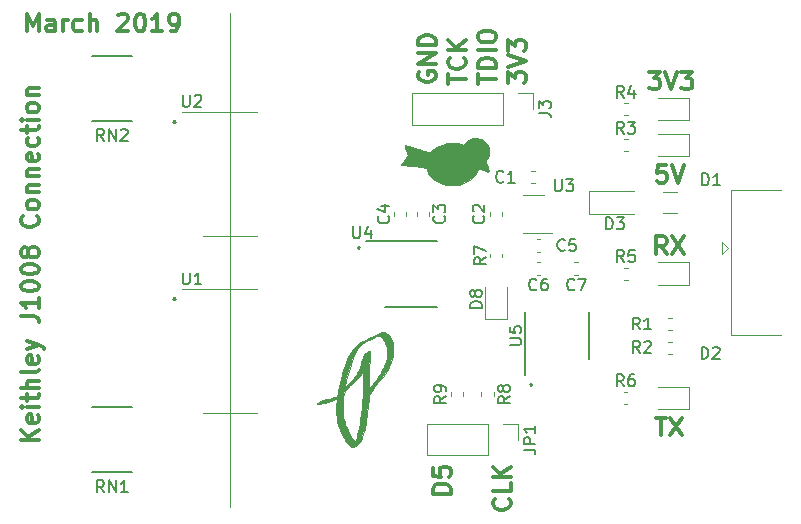
<source format=gbr>
G04 #@! TF.GenerationSoftware,KiCad,Pcbnew,(5.0.2)-1*
G04 #@! TF.CreationDate,2019-03-19T19:21:29-04:00*
G04 #@! TF.ProjectId,Keithley_17X_USB,4b656974-686c-4657-995f-3137585f5553,rev?*
G04 #@! TF.SameCoordinates,Original*
G04 #@! TF.FileFunction,Legend,Top*
G04 #@! TF.FilePolarity,Positive*
%FSLAX46Y46*%
G04 Gerber Fmt 4.6, Leading zero omitted, Abs format (unit mm)*
G04 Created by KiCad (PCBNEW (5.0.2)-1) date 3/19/2019 7:21:29 PM*
%MOMM*%
%LPD*%
G01*
G04 APERTURE LIST*
%ADD10C,0.250000*%
%ADD11C,0.100000*%
%ADD12C,0.300000*%
%ADD13C,0.120000*%
%ADD14C,0.152400*%
%ADD15C,0.150000*%
%ADD16C,0.010000*%
G04 APERTURE END LIST*
D10*
X83250000Y-74257142D02*
X83297619Y-74304761D01*
X83250000Y-74352380D01*
X83202380Y-74304761D01*
X83250000Y-74257142D01*
X83250000Y-74352380D01*
X83250000Y-59257142D02*
X83297619Y-59304761D01*
X83250000Y-59352380D01*
X83202380Y-59304761D01*
X83250000Y-59257142D01*
X83250000Y-59352380D01*
D11*
X88000000Y-91900000D02*
X88000000Y-50100000D01*
D10*
X113450000Y-81507142D02*
X113497619Y-81554761D01*
X113450000Y-81602380D01*
X113402380Y-81554761D01*
X113450000Y-81507142D01*
X113450000Y-81602380D01*
X98850000Y-69907142D02*
X98897619Y-69954761D01*
X98850000Y-70002380D01*
X98802380Y-69954761D01*
X98850000Y-69907142D01*
X98850000Y-70002380D01*
D12*
X70807142Y-51678571D02*
X70807142Y-50178571D01*
X71307142Y-51250000D01*
X71807142Y-50178571D01*
X71807142Y-51678571D01*
X73164285Y-51678571D02*
X73164285Y-50892857D01*
X73092857Y-50750000D01*
X72950000Y-50678571D01*
X72664285Y-50678571D01*
X72521428Y-50750000D01*
X73164285Y-51607142D02*
X73021428Y-51678571D01*
X72664285Y-51678571D01*
X72521428Y-51607142D01*
X72450000Y-51464285D01*
X72450000Y-51321428D01*
X72521428Y-51178571D01*
X72664285Y-51107142D01*
X73021428Y-51107142D01*
X73164285Y-51035714D01*
X73878571Y-51678571D02*
X73878571Y-50678571D01*
X73878571Y-50964285D02*
X73950000Y-50821428D01*
X74021428Y-50750000D01*
X74164285Y-50678571D01*
X74307142Y-50678571D01*
X75450000Y-51607142D02*
X75307142Y-51678571D01*
X75021428Y-51678571D01*
X74878571Y-51607142D01*
X74807142Y-51535714D01*
X74735714Y-51392857D01*
X74735714Y-50964285D01*
X74807142Y-50821428D01*
X74878571Y-50750000D01*
X75021428Y-50678571D01*
X75307142Y-50678571D01*
X75450000Y-50750000D01*
X76092857Y-51678571D02*
X76092857Y-50178571D01*
X76735714Y-51678571D02*
X76735714Y-50892857D01*
X76664285Y-50750000D01*
X76521428Y-50678571D01*
X76307142Y-50678571D01*
X76164285Y-50750000D01*
X76092857Y-50821428D01*
X78521428Y-50321428D02*
X78592857Y-50250000D01*
X78735714Y-50178571D01*
X79092857Y-50178571D01*
X79235714Y-50250000D01*
X79307142Y-50321428D01*
X79378571Y-50464285D01*
X79378571Y-50607142D01*
X79307142Y-50821428D01*
X78450000Y-51678571D01*
X79378571Y-51678571D01*
X80307142Y-50178571D02*
X80450000Y-50178571D01*
X80592857Y-50250000D01*
X80664285Y-50321428D01*
X80735714Y-50464285D01*
X80807142Y-50750000D01*
X80807142Y-51107142D01*
X80735714Y-51392857D01*
X80664285Y-51535714D01*
X80592857Y-51607142D01*
X80450000Y-51678571D01*
X80307142Y-51678571D01*
X80164285Y-51607142D01*
X80092857Y-51535714D01*
X80021428Y-51392857D01*
X79950000Y-51107142D01*
X79950000Y-50750000D01*
X80021428Y-50464285D01*
X80092857Y-50321428D01*
X80164285Y-50250000D01*
X80307142Y-50178571D01*
X82235714Y-51678571D02*
X81378571Y-51678571D01*
X81807142Y-51678571D02*
X81807142Y-50178571D01*
X81664285Y-50392857D01*
X81521428Y-50535714D01*
X81378571Y-50607142D01*
X82950000Y-51678571D02*
X83235714Y-51678571D01*
X83378571Y-51607142D01*
X83450000Y-51535714D01*
X83592857Y-51321428D01*
X83664285Y-51035714D01*
X83664285Y-50464285D01*
X83592857Y-50321428D01*
X83521428Y-50250000D01*
X83378571Y-50178571D01*
X83092857Y-50178571D01*
X82950000Y-50250000D01*
X82878571Y-50321428D01*
X82807142Y-50464285D01*
X82807142Y-50821428D01*
X82878571Y-50964285D01*
X82950000Y-51035714D01*
X83092857Y-51107142D01*
X83378571Y-51107142D01*
X83521428Y-51035714D01*
X83592857Y-50964285D01*
X83664285Y-50821428D01*
X123492857Y-55078571D02*
X124421428Y-55078571D01*
X123921428Y-55650000D01*
X124135714Y-55650000D01*
X124278571Y-55721428D01*
X124350000Y-55792857D01*
X124421428Y-55935714D01*
X124421428Y-56292857D01*
X124350000Y-56435714D01*
X124278571Y-56507142D01*
X124135714Y-56578571D01*
X123707142Y-56578571D01*
X123564285Y-56507142D01*
X123492857Y-56435714D01*
X124850000Y-55078571D02*
X125350000Y-56578571D01*
X125850000Y-55078571D01*
X126207142Y-55078571D02*
X127135714Y-55078571D01*
X126635714Y-55650000D01*
X126850000Y-55650000D01*
X126992857Y-55721428D01*
X127064285Y-55792857D01*
X127135714Y-55935714D01*
X127135714Y-56292857D01*
X127064285Y-56435714D01*
X126992857Y-56507142D01*
X126850000Y-56578571D01*
X126421428Y-56578571D01*
X126278571Y-56507142D01*
X126207142Y-56435714D01*
X124914285Y-62978571D02*
X124200000Y-62978571D01*
X124128571Y-63692857D01*
X124200000Y-63621428D01*
X124342857Y-63550000D01*
X124700000Y-63550000D01*
X124842857Y-63621428D01*
X124914285Y-63692857D01*
X124985714Y-63835714D01*
X124985714Y-64192857D01*
X124914285Y-64335714D01*
X124842857Y-64407142D01*
X124700000Y-64478571D01*
X124342857Y-64478571D01*
X124200000Y-64407142D01*
X124128571Y-64335714D01*
X125414285Y-62978571D02*
X125914285Y-64478571D01*
X126414285Y-62978571D01*
X124950000Y-70528571D02*
X124450000Y-69814285D01*
X124092857Y-70528571D02*
X124092857Y-69028571D01*
X124664285Y-69028571D01*
X124807142Y-69100000D01*
X124878571Y-69171428D01*
X124950000Y-69314285D01*
X124950000Y-69528571D01*
X124878571Y-69671428D01*
X124807142Y-69742857D01*
X124664285Y-69814285D01*
X124092857Y-69814285D01*
X125450000Y-69028571D02*
X126450000Y-70528571D01*
X126450000Y-69028571D02*
X125450000Y-70528571D01*
X124057142Y-84378571D02*
X124914285Y-84378571D01*
X124485714Y-85878571D02*
X124485714Y-84378571D01*
X125271428Y-84378571D02*
X126271428Y-85878571D01*
X126271428Y-84378571D02*
X125271428Y-85878571D01*
X106658571Y-90816428D02*
X105158571Y-90816428D01*
X105158571Y-90459285D01*
X105230000Y-90245000D01*
X105372857Y-90102142D01*
X105515714Y-90030714D01*
X105801428Y-89959285D01*
X106015714Y-89959285D01*
X106301428Y-90030714D01*
X106444285Y-90102142D01*
X106587142Y-90245000D01*
X106658571Y-90459285D01*
X106658571Y-90816428D01*
X105158571Y-88602142D02*
X105158571Y-89316428D01*
X105872857Y-89387857D01*
X105801428Y-89316428D01*
X105730000Y-89173571D01*
X105730000Y-88816428D01*
X105801428Y-88673571D01*
X105872857Y-88602142D01*
X106015714Y-88530714D01*
X106372857Y-88530714D01*
X106515714Y-88602142D01*
X106587142Y-88673571D01*
X106658571Y-88816428D01*
X106658571Y-89173571D01*
X106587142Y-89316428D01*
X106515714Y-89387857D01*
X111595714Y-91245000D02*
X111667142Y-91316428D01*
X111738571Y-91530714D01*
X111738571Y-91673571D01*
X111667142Y-91887857D01*
X111524285Y-92030714D01*
X111381428Y-92102142D01*
X111095714Y-92173571D01*
X110881428Y-92173571D01*
X110595714Y-92102142D01*
X110452857Y-92030714D01*
X110310000Y-91887857D01*
X110238571Y-91673571D01*
X110238571Y-91530714D01*
X110310000Y-91316428D01*
X110381428Y-91245000D01*
X111738571Y-89887857D02*
X111738571Y-90602142D01*
X110238571Y-90602142D01*
X111738571Y-89387857D02*
X110238571Y-89387857D01*
X111738571Y-88530714D02*
X110881428Y-89173571D01*
X110238571Y-88530714D02*
X111095714Y-89387857D01*
X104000000Y-55112142D02*
X103928571Y-55255000D01*
X103928571Y-55469285D01*
X104000000Y-55683571D01*
X104142857Y-55826428D01*
X104285714Y-55897857D01*
X104571428Y-55969285D01*
X104785714Y-55969285D01*
X105071428Y-55897857D01*
X105214285Y-55826428D01*
X105357142Y-55683571D01*
X105428571Y-55469285D01*
X105428571Y-55326428D01*
X105357142Y-55112142D01*
X105285714Y-55040714D01*
X104785714Y-55040714D01*
X104785714Y-55326428D01*
X105428571Y-54397857D02*
X103928571Y-54397857D01*
X105428571Y-53540714D01*
X103928571Y-53540714D01*
X105428571Y-52826428D02*
X103928571Y-52826428D01*
X103928571Y-52469285D01*
X104000000Y-52255000D01*
X104142857Y-52112142D01*
X104285714Y-52040714D01*
X104571428Y-51969285D01*
X104785714Y-51969285D01*
X105071428Y-52040714D01*
X105214285Y-52112142D01*
X105357142Y-52255000D01*
X105428571Y-52469285D01*
X105428571Y-52826428D01*
X106438571Y-56112142D02*
X106438571Y-55255000D01*
X107938571Y-55683571D02*
X106438571Y-55683571D01*
X107795714Y-53897857D02*
X107867142Y-53969285D01*
X107938571Y-54183571D01*
X107938571Y-54326428D01*
X107867142Y-54540714D01*
X107724285Y-54683571D01*
X107581428Y-54755000D01*
X107295714Y-54826428D01*
X107081428Y-54826428D01*
X106795714Y-54755000D01*
X106652857Y-54683571D01*
X106510000Y-54540714D01*
X106438571Y-54326428D01*
X106438571Y-54183571D01*
X106510000Y-53969285D01*
X106581428Y-53897857D01*
X107938571Y-53255000D02*
X106438571Y-53255000D01*
X107938571Y-52397857D02*
X107081428Y-53040714D01*
X106438571Y-52397857D02*
X107295714Y-53255000D01*
X108988571Y-56112142D02*
X108988571Y-55255000D01*
X110488571Y-55683571D02*
X108988571Y-55683571D01*
X110488571Y-54755000D02*
X108988571Y-54755000D01*
X108988571Y-54397857D01*
X109060000Y-54183571D01*
X109202857Y-54040714D01*
X109345714Y-53969285D01*
X109631428Y-53897857D01*
X109845714Y-53897857D01*
X110131428Y-53969285D01*
X110274285Y-54040714D01*
X110417142Y-54183571D01*
X110488571Y-54397857D01*
X110488571Y-54755000D01*
X110488571Y-53255000D02*
X108988571Y-53255000D01*
X108988571Y-52255000D02*
X108988571Y-51969285D01*
X109060000Y-51826428D01*
X109202857Y-51683571D01*
X109488571Y-51612142D01*
X109988571Y-51612142D01*
X110274285Y-51683571D01*
X110417142Y-51826428D01*
X110488571Y-51969285D01*
X110488571Y-52255000D01*
X110417142Y-52397857D01*
X110274285Y-52540714D01*
X109988571Y-52612142D01*
X109488571Y-52612142D01*
X109202857Y-52540714D01*
X109060000Y-52397857D01*
X108988571Y-52255000D01*
X111518571Y-56040714D02*
X111518571Y-55112142D01*
X112090000Y-55612142D01*
X112090000Y-55397857D01*
X112161428Y-55255000D01*
X112232857Y-55183571D01*
X112375714Y-55112142D01*
X112732857Y-55112142D01*
X112875714Y-55183571D01*
X112947142Y-55255000D01*
X113018571Y-55397857D01*
X113018571Y-55826428D01*
X112947142Y-55969285D01*
X112875714Y-56040714D01*
X111518571Y-54683571D02*
X113018571Y-54183571D01*
X111518571Y-53683571D01*
X111518571Y-53326428D02*
X111518571Y-52397857D01*
X112090000Y-52897857D01*
X112090000Y-52683571D01*
X112161428Y-52540714D01*
X112232857Y-52469285D01*
X112375714Y-52397857D01*
X112732857Y-52397857D01*
X112875714Y-52469285D01*
X112947142Y-52540714D01*
X113018571Y-52683571D01*
X113018571Y-53112142D01*
X112947142Y-53255000D01*
X112875714Y-53326428D01*
X71778571Y-86242857D02*
X70278571Y-86242857D01*
X71778571Y-85385714D02*
X70921428Y-86028571D01*
X70278571Y-85385714D02*
X71135714Y-86242857D01*
X71707142Y-84171428D02*
X71778571Y-84314285D01*
X71778571Y-84600000D01*
X71707142Y-84742857D01*
X71564285Y-84814285D01*
X70992857Y-84814285D01*
X70850000Y-84742857D01*
X70778571Y-84600000D01*
X70778571Y-84314285D01*
X70850000Y-84171428D01*
X70992857Y-84100000D01*
X71135714Y-84100000D01*
X71278571Y-84814285D01*
X71778571Y-83457142D02*
X70778571Y-83457142D01*
X70278571Y-83457142D02*
X70350000Y-83528571D01*
X70421428Y-83457142D01*
X70350000Y-83385714D01*
X70278571Y-83457142D01*
X70421428Y-83457142D01*
X70778571Y-82957142D02*
X70778571Y-82385714D01*
X70278571Y-82742857D02*
X71564285Y-82742857D01*
X71707142Y-82671428D01*
X71778571Y-82528571D01*
X71778571Y-82385714D01*
X71778571Y-81885714D02*
X70278571Y-81885714D01*
X71778571Y-81242857D02*
X70992857Y-81242857D01*
X70850000Y-81314285D01*
X70778571Y-81457142D01*
X70778571Y-81671428D01*
X70850000Y-81814285D01*
X70921428Y-81885714D01*
X71778571Y-80314285D02*
X71707142Y-80457142D01*
X71564285Y-80528571D01*
X70278571Y-80528571D01*
X71707142Y-79171428D02*
X71778571Y-79314285D01*
X71778571Y-79600000D01*
X71707142Y-79742857D01*
X71564285Y-79814285D01*
X70992857Y-79814285D01*
X70850000Y-79742857D01*
X70778571Y-79600000D01*
X70778571Y-79314285D01*
X70850000Y-79171428D01*
X70992857Y-79100000D01*
X71135714Y-79100000D01*
X71278571Y-79814285D01*
X70778571Y-78600000D02*
X71778571Y-78242857D01*
X70778571Y-77885714D02*
X71778571Y-78242857D01*
X72135714Y-78385714D01*
X72207142Y-78457142D01*
X72278571Y-78600000D01*
X70278571Y-75742857D02*
X71350000Y-75742857D01*
X71564285Y-75814285D01*
X71707142Y-75957142D01*
X71778571Y-76171428D01*
X71778571Y-76314285D01*
X71778571Y-74242857D02*
X71778571Y-75100000D01*
X71778571Y-74671428D02*
X70278571Y-74671428D01*
X70492857Y-74814285D01*
X70635714Y-74957142D01*
X70707142Y-75100000D01*
X70278571Y-73314285D02*
X70278571Y-73171428D01*
X70350000Y-73028571D01*
X70421428Y-72957142D01*
X70564285Y-72885714D01*
X70850000Y-72814285D01*
X71207142Y-72814285D01*
X71492857Y-72885714D01*
X71635714Y-72957142D01*
X71707142Y-73028571D01*
X71778571Y-73171428D01*
X71778571Y-73314285D01*
X71707142Y-73457142D01*
X71635714Y-73528571D01*
X71492857Y-73600000D01*
X71207142Y-73671428D01*
X70850000Y-73671428D01*
X70564285Y-73600000D01*
X70421428Y-73528571D01*
X70350000Y-73457142D01*
X70278571Y-73314285D01*
X70278571Y-71885714D02*
X70278571Y-71742857D01*
X70350000Y-71600000D01*
X70421428Y-71528571D01*
X70564285Y-71457142D01*
X70850000Y-71385714D01*
X71207142Y-71385714D01*
X71492857Y-71457142D01*
X71635714Y-71528571D01*
X71707142Y-71600000D01*
X71778571Y-71742857D01*
X71778571Y-71885714D01*
X71707142Y-72028571D01*
X71635714Y-72100000D01*
X71492857Y-72171428D01*
X71207142Y-72242857D01*
X70850000Y-72242857D01*
X70564285Y-72171428D01*
X70421428Y-72100000D01*
X70350000Y-72028571D01*
X70278571Y-71885714D01*
X70921428Y-70528571D02*
X70850000Y-70671428D01*
X70778571Y-70742857D01*
X70635714Y-70814285D01*
X70564285Y-70814285D01*
X70421428Y-70742857D01*
X70350000Y-70671428D01*
X70278571Y-70528571D01*
X70278571Y-70242857D01*
X70350000Y-70100000D01*
X70421428Y-70028571D01*
X70564285Y-69957142D01*
X70635714Y-69957142D01*
X70778571Y-70028571D01*
X70850000Y-70100000D01*
X70921428Y-70242857D01*
X70921428Y-70528571D01*
X70992857Y-70671428D01*
X71064285Y-70742857D01*
X71207142Y-70814285D01*
X71492857Y-70814285D01*
X71635714Y-70742857D01*
X71707142Y-70671428D01*
X71778571Y-70528571D01*
X71778571Y-70242857D01*
X71707142Y-70100000D01*
X71635714Y-70028571D01*
X71492857Y-69957142D01*
X71207142Y-69957142D01*
X71064285Y-70028571D01*
X70992857Y-70100000D01*
X70921428Y-70242857D01*
X71635714Y-67314285D02*
X71707142Y-67385714D01*
X71778571Y-67600000D01*
X71778571Y-67742857D01*
X71707142Y-67957142D01*
X71564285Y-68100000D01*
X71421428Y-68171428D01*
X71135714Y-68242857D01*
X70921428Y-68242857D01*
X70635714Y-68171428D01*
X70492857Y-68100000D01*
X70350000Y-67957142D01*
X70278571Y-67742857D01*
X70278571Y-67600000D01*
X70350000Y-67385714D01*
X70421428Y-67314285D01*
X71778571Y-66457142D02*
X71707142Y-66600000D01*
X71635714Y-66671428D01*
X71492857Y-66742857D01*
X71064285Y-66742857D01*
X70921428Y-66671428D01*
X70850000Y-66600000D01*
X70778571Y-66457142D01*
X70778571Y-66242857D01*
X70850000Y-66100000D01*
X70921428Y-66028571D01*
X71064285Y-65957142D01*
X71492857Y-65957142D01*
X71635714Y-66028571D01*
X71707142Y-66100000D01*
X71778571Y-66242857D01*
X71778571Y-66457142D01*
X70778571Y-65314285D02*
X71778571Y-65314285D01*
X70921428Y-65314285D02*
X70850000Y-65242857D01*
X70778571Y-65100000D01*
X70778571Y-64885714D01*
X70850000Y-64742857D01*
X70992857Y-64671428D01*
X71778571Y-64671428D01*
X70778571Y-63957142D02*
X71778571Y-63957142D01*
X70921428Y-63957142D02*
X70850000Y-63885714D01*
X70778571Y-63742857D01*
X70778571Y-63528571D01*
X70850000Y-63385714D01*
X70992857Y-63314285D01*
X71778571Y-63314285D01*
X71707142Y-62028571D02*
X71778571Y-62171428D01*
X71778571Y-62457142D01*
X71707142Y-62600000D01*
X71564285Y-62671428D01*
X70992857Y-62671428D01*
X70850000Y-62600000D01*
X70778571Y-62457142D01*
X70778571Y-62171428D01*
X70850000Y-62028571D01*
X70992857Y-61957142D01*
X71135714Y-61957142D01*
X71278571Y-62671428D01*
X71707142Y-60671428D02*
X71778571Y-60814285D01*
X71778571Y-61100000D01*
X71707142Y-61242857D01*
X71635714Y-61314285D01*
X71492857Y-61385714D01*
X71064285Y-61385714D01*
X70921428Y-61314285D01*
X70850000Y-61242857D01*
X70778571Y-61100000D01*
X70778571Y-60814285D01*
X70850000Y-60671428D01*
X70778571Y-60242857D02*
X70778571Y-59671428D01*
X70278571Y-60028571D02*
X71564285Y-60028571D01*
X71707142Y-59957142D01*
X71778571Y-59814285D01*
X71778571Y-59671428D01*
X71778571Y-59171428D02*
X70778571Y-59171428D01*
X70278571Y-59171428D02*
X70350000Y-59242857D01*
X70421428Y-59171428D01*
X70350000Y-59100000D01*
X70278571Y-59171428D01*
X70421428Y-59171428D01*
X71778571Y-58242857D02*
X71707142Y-58385714D01*
X71635714Y-58457142D01*
X71492857Y-58528571D01*
X71064285Y-58528571D01*
X70921428Y-58457142D01*
X70850000Y-58385714D01*
X70778571Y-58242857D01*
X70778571Y-58028571D01*
X70850000Y-57885714D01*
X70921428Y-57814285D01*
X71064285Y-57742857D01*
X71492857Y-57742857D01*
X71635714Y-57814285D01*
X71707142Y-57885714D01*
X71778571Y-58028571D01*
X71778571Y-58242857D01*
X70778571Y-57100000D02*
X71778571Y-57100000D01*
X70921428Y-57100000D02*
X70850000Y-57028571D01*
X70778571Y-56885714D01*
X70778571Y-56671428D01*
X70850000Y-56528571D01*
X70992857Y-56457142D01*
X71778571Y-56457142D01*
D13*
G04 #@! TO.C,J1*
X134660000Y-65090000D02*
X130400000Y-65090000D01*
X130400000Y-65090000D02*
X130400000Y-77410000D01*
X130400000Y-77410000D02*
X134660000Y-77410000D01*
X130180000Y-70000000D02*
X129680000Y-69500000D01*
X129680000Y-69500000D02*
X129680000Y-70500000D01*
X129680000Y-70500000D02*
X130180000Y-70000000D01*
G04 #@! TO.C,C1*
X113837779Y-64535000D02*
X113512221Y-64535000D01*
X113837779Y-63515000D02*
X113512221Y-63515000D01*
G04 #@! TO.C,C2*
X109990000Y-67287779D02*
X109990000Y-66962221D01*
X111010000Y-67287779D02*
X111010000Y-66962221D01*
G04 #@! TO.C,C3*
X103840000Y-67312779D02*
X103840000Y-66987221D01*
X104860000Y-67312779D02*
X104860000Y-66987221D01*
G04 #@! TO.C,C4*
X102860000Y-67312779D02*
X102860000Y-66987221D01*
X101840000Y-67312779D02*
X101840000Y-66987221D01*
G04 #@! TO.C,C5*
X114262779Y-69290000D02*
X113937221Y-69290000D01*
X114262779Y-70310000D02*
X113937221Y-70310000D01*
G04 #@! TO.C,C6*
X114262779Y-72260000D02*
X113937221Y-72260000D01*
X114262779Y-71240000D02*
X113937221Y-71240000D01*
G04 #@! TO.C,C7*
X117137221Y-72260000D02*
X117462779Y-72260000D01*
X117137221Y-71240000D02*
X117462779Y-71240000D01*
G04 #@! TO.C,D3*
X118350000Y-65150000D02*
X118350000Y-67150000D01*
X118350000Y-67150000D02*
X122200000Y-67150000D01*
X118350000Y-65150000D02*
X122200000Y-65150000D01*
G04 #@! TO.C,D4*
X124200000Y-62260000D02*
X126885000Y-62260000D01*
X126885000Y-62260000D02*
X126885000Y-60340000D01*
X126885000Y-60340000D02*
X124200000Y-60340000D01*
G04 #@! TO.C,D5*
X124200000Y-59210000D02*
X126885000Y-59210000D01*
X126885000Y-59210000D02*
X126885000Y-57290000D01*
X126885000Y-57290000D02*
X124200000Y-57290000D01*
G04 #@! TO.C,D6*
X124200000Y-73135000D02*
X126885000Y-73135000D01*
X126885000Y-73135000D02*
X126885000Y-71215000D01*
X126885000Y-71215000D02*
X124200000Y-71215000D01*
G04 #@! TO.C,D7*
X124200000Y-83660000D02*
X126885000Y-83660000D01*
X126885000Y-83660000D02*
X126885000Y-81740000D01*
X126885000Y-81740000D02*
X124200000Y-81740000D01*
G04 #@! TO.C,D8*
X111460000Y-76035000D02*
X111460000Y-73350000D01*
X109540000Y-76035000D02*
X111460000Y-76035000D01*
X109540000Y-73350000D02*
X109540000Y-76035000D01*
G04 #@! TO.C,J3*
X103390000Y-56920000D02*
X103390000Y-59580000D01*
X111070000Y-56920000D02*
X103390000Y-56920000D01*
X111070000Y-59580000D02*
X103390000Y-59580000D01*
X111070000Y-56920000D02*
X111070000Y-59580000D01*
X112340000Y-56920000D02*
X113670000Y-56920000D01*
X113670000Y-56920000D02*
X113670000Y-58250000D01*
G04 #@! TO.C,JP1*
X104655000Y-84920000D02*
X104655000Y-87580000D01*
X109795000Y-84920000D02*
X104655000Y-84920000D01*
X109795000Y-87580000D02*
X104655000Y-87580000D01*
X109795000Y-84920000D02*
X109795000Y-87580000D01*
X111065000Y-84920000D02*
X112395000Y-84920000D01*
X112395000Y-84920000D02*
X112395000Y-86250000D01*
G04 #@! TO.C,R1*
X125087221Y-76960000D02*
X125412779Y-76960000D01*
X125087221Y-75940000D02*
X125412779Y-75940000D01*
G04 #@! TO.C,R2*
X125087221Y-77940000D02*
X125412779Y-77940000D01*
X125087221Y-78960000D02*
X125412779Y-78960000D01*
G04 #@! TO.C,R3*
X121337221Y-60790000D02*
X121662779Y-60790000D01*
X121337221Y-61810000D02*
X121662779Y-61810000D01*
G04 #@! TO.C,R4*
X121337221Y-58760000D02*
X121662779Y-58760000D01*
X121337221Y-57740000D02*
X121662779Y-57740000D01*
G04 #@! TO.C,R5*
X121337221Y-71665000D02*
X121662779Y-71665000D01*
X121337221Y-72685000D02*
X121662779Y-72685000D01*
G04 #@! TO.C,R6*
X121312221Y-83210000D02*
X121637779Y-83210000D01*
X121312221Y-82190000D02*
X121637779Y-82190000D01*
G04 #@! TO.C,R7*
X111010000Y-70487221D02*
X111010000Y-70812779D01*
X109990000Y-70487221D02*
X109990000Y-70812779D01*
G04 #@! TO.C,R8*
X109280000Y-82237221D02*
X109280000Y-82562779D01*
X110300000Y-82237221D02*
X110300000Y-82562779D01*
G04 #@! TO.C,R9*
X106730000Y-82562779D02*
X106730000Y-82237221D01*
X107750000Y-82562779D02*
X107750000Y-82237221D01*
D14*
G04 #@! TO.C,RN1*
X79727200Y-83471400D02*
X76272800Y-83471400D01*
X76272800Y-89008600D02*
X79727200Y-89008600D01*
G04 #@! TO.C,RN2*
X76272800Y-59268600D02*
X79727200Y-59268600D01*
X79727200Y-53731400D02*
X76272800Y-53731400D01*
D13*
G04 #@! TO.C,TH1*
X124647936Y-65240000D02*
X125852064Y-65240000D01*
X124647936Y-67060000D02*
X125852064Y-67060000D01*
G04 #@! TO.C,U1*
X88000000Y-84010000D02*
X90275000Y-84010000D01*
X88000000Y-84010000D02*
X85725000Y-84010000D01*
X88000000Y-73490000D02*
X90275000Y-73490000D01*
X88000000Y-73490000D02*
X83950000Y-73490000D01*
G04 #@! TO.C,U2*
X88000000Y-58490000D02*
X83950000Y-58490000D01*
X88000000Y-58490000D02*
X90275000Y-58490000D01*
X88000000Y-69010000D02*
X85725000Y-69010000D01*
X88000000Y-69010000D02*
X90275000Y-69010000D01*
G04 #@! TO.C,U3*
X114574483Y-65526686D02*
X112774483Y-65526686D01*
X112774483Y-68746686D02*
X115224483Y-68746686D01*
D15*
G04 #@! TO.C,U4*
X101100000Y-74975000D02*
X105500000Y-74975000D01*
X99525000Y-69450000D02*
X105500000Y-69450000D01*
G04 #@! TO.C,U5*
X118375000Y-79450000D02*
X118375000Y-75450000D01*
X112975000Y-80725000D02*
X112975000Y-75450000D01*
D16*
G04 #@! TO.C,G\002A\002A\002A*
G36*
X101105224Y-77114674D02*
X101206135Y-77179667D01*
X101317161Y-77278049D01*
X101429243Y-77401711D01*
X101533320Y-77542545D01*
X101541155Y-77554505D01*
X101669737Y-77788886D01*
X101758034Y-78038062D01*
X101809698Y-78314494D01*
X101825839Y-78526178D01*
X101822978Y-78809376D01*
X101789807Y-79087055D01*
X101723730Y-79369378D01*
X101622151Y-79666509D01*
X101482474Y-79988614D01*
X101418901Y-80119608D01*
X101261335Y-80417405D01*
X101096911Y-80687355D01*
X100915512Y-80943650D01*
X100707017Y-81200482D01*
X100461309Y-81472045D01*
X100434299Y-81500561D01*
X100298210Y-81650186D01*
X100188704Y-81788169D01*
X100092653Y-81933389D01*
X99996930Y-82104728D01*
X99948489Y-82199316D01*
X99890710Y-82308672D01*
X99837148Y-82400012D01*
X99795896Y-82459960D01*
X99782260Y-82474097D01*
X99763643Y-82499272D01*
X99748779Y-82549524D01*
X99736527Y-82632740D01*
X99725746Y-82756803D01*
X99715297Y-82929598D01*
X99714680Y-82941235D01*
X99702681Y-83107883D01*
X99682897Y-83313591D01*
X99657273Y-83541178D01*
X99627751Y-83773460D01*
X99596275Y-83993254D01*
X99594038Y-84007802D01*
X99563118Y-84209858D01*
X99533038Y-84410167D01*
X99505687Y-84595874D01*
X99482953Y-84754123D01*
X99466725Y-84872059D01*
X99463902Y-84893761D01*
X99432251Y-85093753D01*
X99386735Y-85316680D01*
X99331053Y-85548827D01*
X99268902Y-85776481D01*
X99203978Y-85985929D01*
X99139978Y-86163456D01*
X99092056Y-86273023D01*
X99018651Y-86409677D01*
X98947319Y-86511441D01*
X98863210Y-86597936D01*
X98815408Y-86638597D01*
X98723923Y-86710052D01*
X98639139Y-86771077D01*
X98579988Y-86808127D01*
X98474439Y-86847573D01*
X98362643Y-86866136D01*
X98269023Y-86860420D01*
X98249522Y-86854062D01*
X98195723Y-86817014D01*
X98117422Y-86745332D01*
X98024588Y-86649876D01*
X97927190Y-86541505D01*
X97835196Y-86431078D01*
X97758577Y-86329456D01*
X97732972Y-86291376D01*
X97687734Y-86213751D01*
X97625119Y-86096779D01*
X97551577Y-85952985D01*
X97473555Y-85794891D01*
X97423030Y-85689417D01*
X97273224Y-85348036D01*
X97159871Y-85030454D01*
X97078425Y-84720753D01*
X97024341Y-84403017D01*
X97005231Y-84226067D01*
X96995581Y-84073697D01*
X96989959Y-83888727D01*
X96988164Y-83684355D01*
X96989993Y-83473778D01*
X96995245Y-83270194D01*
X97001444Y-83136002D01*
X97528523Y-83136002D01*
X97528585Y-83374733D01*
X97531757Y-83583932D01*
X97536435Y-83799132D01*
X97541581Y-83968172D01*
X97548297Y-84101969D01*
X97557684Y-84211438D01*
X97570840Y-84307495D01*
X97588868Y-84401056D01*
X97612867Y-84503036D01*
X97632001Y-84578276D01*
X97684518Y-84750852D01*
X97760089Y-84957725D01*
X97852285Y-85184317D01*
X97954680Y-85416049D01*
X98060844Y-85638343D01*
X98164352Y-85836621D01*
X98253782Y-85988545D01*
X98325240Y-86091812D01*
X98403742Y-86191915D01*
X98480596Y-86279321D01*
X98547109Y-86344500D01*
X98594589Y-86377918D01*
X98609886Y-86379051D01*
X98628849Y-86346367D01*
X98658005Y-86272452D01*
X98692127Y-86171032D01*
X98704842Y-86129690D01*
X98780200Y-85860453D01*
X98844769Y-85587798D01*
X98902174Y-85294674D01*
X98956040Y-84964031D01*
X98963880Y-84911230D01*
X98994129Y-84705027D01*
X99028809Y-84468232D01*
X99064132Y-84226736D01*
X99096308Y-84006431D01*
X99103818Y-83954943D01*
X99141557Y-83665110D01*
X99172367Y-83357823D01*
X99196600Y-83026279D01*
X99214611Y-82663674D01*
X99226753Y-82263204D01*
X99233378Y-81818066D01*
X99234944Y-81428674D01*
X99234944Y-80473907D01*
X99129556Y-80630493D01*
X99071778Y-80706181D01*
X98980391Y-80813566D01*
X98862847Y-80944694D01*
X98726595Y-81091611D01*
X98579086Y-81246363D01*
X98427770Y-81400995D01*
X98280097Y-81547555D01*
X98183529Y-81640472D01*
X98101093Y-81724056D01*
X97998406Y-81836164D01*
X97890295Y-81960291D01*
X97816156Y-82049395D01*
X97601210Y-82313917D01*
X97559958Y-82620722D01*
X97543925Y-82768709D01*
X97533542Y-82937231D01*
X97528523Y-83136002D01*
X97001444Y-83136002D01*
X97003717Y-83086803D01*
X97015207Y-82936801D01*
X97026288Y-82850570D01*
X97044389Y-82745073D01*
X96748374Y-82870273D01*
X96593407Y-82932382D01*
X96423426Y-82995063D01*
X96264971Y-83048727D01*
X96195506Y-83070013D01*
X96069004Y-83103180D01*
X95921977Y-83136200D01*
X95767238Y-83166836D01*
X95617597Y-83192849D01*
X95485866Y-83212002D01*
X95384857Y-83222057D01*
X95329634Y-83221265D01*
X95328077Y-83203240D01*
X95365307Y-83163406D01*
X95430993Y-83109028D01*
X95514802Y-83047374D01*
X95606404Y-82985709D01*
X95695467Y-82931299D01*
X95771660Y-82891411D01*
X95824290Y-82873359D01*
X96135080Y-82827288D01*
X96406541Y-82776774D01*
X96635067Y-82722777D01*
X96817054Y-82666257D01*
X96948898Y-82608175D01*
X97023002Y-82553975D01*
X97052014Y-82512949D01*
X97077105Y-82452150D01*
X97100933Y-82361872D01*
X97126157Y-82232404D01*
X97149368Y-82092575D01*
X97200153Y-81814494D01*
X97690960Y-81814494D01*
X98093626Y-81406110D01*
X98296840Y-81193862D01*
X98463334Y-81004583D01*
X98601727Y-80826567D01*
X98720638Y-80648107D01*
X98828687Y-80457498D01*
X98906638Y-80301910D01*
X98972831Y-80147363D01*
X99044050Y-79953017D01*
X99115125Y-79735233D01*
X99180886Y-79510375D01*
X99236164Y-79294802D01*
X99262183Y-79176553D01*
X99293316Y-79054943D01*
X99329751Y-78982130D01*
X99376621Y-78949835D01*
X99404943Y-78946292D01*
X99451896Y-78930642D01*
X99528016Y-78889614D01*
X99616761Y-78832134D01*
X99702477Y-78775038D01*
X99771967Y-78734100D01*
X99810488Y-78717987D01*
X99810912Y-78717977D01*
X99819797Y-78745214D01*
X99825277Y-78821940D01*
X99827529Y-78940679D01*
X99826726Y-79093953D01*
X99823044Y-79274285D01*
X99816658Y-79474198D01*
X99807743Y-79686215D01*
X99796475Y-79902860D01*
X99783027Y-80116654D01*
X99775833Y-80216292D01*
X99768777Y-80334378D01*
X99762725Y-80483530D01*
X99757730Y-80655266D01*
X99753850Y-80841106D01*
X99751141Y-81032569D01*
X99749659Y-81221174D01*
X99749459Y-81398440D01*
X99750598Y-81555885D01*
X99753132Y-81685030D01*
X99757116Y-81777393D01*
X99762608Y-81824494D01*
X99765175Y-81828764D01*
X99792403Y-81809990D01*
X99846192Y-81761289D01*
X99900736Y-81707471D01*
X100077685Y-81518155D01*
X100258197Y-81309151D01*
X100424526Y-81101518D01*
X100519296Y-80973515D01*
X100637357Y-80791915D01*
X100763031Y-80572255D01*
X100887967Y-80331274D01*
X101003814Y-80085712D01*
X101102218Y-79852309D01*
X101164488Y-79680355D01*
X101208207Y-79541559D01*
X101238525Y-79428103D01*
X101258457Y-79321722D01*
X101271019Y-79204156D01*
X101279226Y-79057143D01*
X101282727Y-78964352D01*
X101285694Y-78736185D01*
X101275036Y-78547736D01*
X101247757Y-78382641D01*
X101200861Y-78224535D01*
X101131350Y-78057057D01*
X101107193Y-78005771D01*
X101036055Y-77880983D01*
X100944066Y-77752376D01*
X100842374Y-77632794D01*
X100742126Y-77535082D01*
X100654471Y-77472088D01*
X100636722Y-77463635D01*
X100595620Y-77452693D01*
X100544545Y-77452861D01*
X100477545Y-77466292D01*
X100388670Y-77495135D01*
X100271969Y-77541540D01*
X100121491Y-77607659D01*
X99931286Y-77695641D01*
X99728284Y-77791919D01*
X99542716Y-77882945D01*
X99399612Y-77959370D01*
X99288362Y-78027601D01*
X99198359Y-78094044D01*
X99133551Y-78151139D01*
X98951704Y-78351910D01*
X98773351Y-78605695D01*
X98600777Y-78908446D01*
X98436272Y-79256109D01*
X98282123Y-79644635D01*
X98268107Y-79683503D01*
X98192370Y-79903776D01*
X98113497Y-80148298D01*
X98034267Y-80407115D01*
X97957458Y-80670272D01*
X97885850Y-80927811D01*
X97822219Y-81169780D01*
X97769345Y-81386222D01*
X97730006Y-81567181D01*
X97709227Y-81686067D01*
X97690960Y-81814494D01*
X97200153Y-81814494D01*
X97205243Y-81786623D01*
X97279385Y-81450976D01*
X97368458Y-81096712D01*
X97469124Y-80734910D01*
X97578046Y-80376647D01*
X97691887Y-80033000D01*
X97807311Y-79715049D01*
X97920980Y-79433871D01*
X98006887Y-79245955D01*
X98159293Y-78954474D01*
X98310910Y-78709842D01*
X98469981Y-78502547D01*
X98644748Y-78323080D01*
X98843455Y-78161928D01*
X99074344Y-78009581D01*
X99082773Y-78004494D01*
X99271450Y-77894643D01*
X99479123Y-77780182D01*
X99698716Y-77664442D01*
X99923147Y-77550755D01*
X100145340Y-77442451D01*
X100358215Y-77342862D01*
X100554694Y-77255319D01*
X100727697Y-77183154D01*
X100870147Y-77129697D01*
X100974964Y-77098281D01*
X101023487Y-77091178D01*
X101105224Y-77114674D01*
X101105224Y-77114674D01*
G37*
X101105224Y-77114674D02*
X101206135Y-77179667D01*
X101317161Y-77278049D01*
X101429243Y-77401711D01*
X101533320Y-77542545D01*
X101541155Y-77554505D01*
X101669737Y-77788886D01*
X101758034Y-78038062D01*
X101809698Y-78314494D01*
X101825839Y-78526178D01*
X101822978Y-78809376D01*
X101789807Y-79087055D01*
X101723730Y-79369378D01*
X101622151Y-79666509D01*
X101482474Y-79988614D01*
X101418901Y-80119608D01*
X101261335Y-80417405D01*
X101096911Y-80687355D01*
X100915512Y-80943650D01*
X100707017Y-81200482D01*
X100461309Y-81472045D01*
X100434299Y-81500561D01*
X100298210Y-81650186D01*
X100188704Y-81788169D01*
X100092653Y-81933389D01*
X99996930Y-82104728D01*
X99948489Y-82199316D01*
X99890710Y-82308672D01*
X99837148Y-82400012D01*
X99795896Y-82459960D01*
X99782260Y-82474097D01*
X99763643Y-82499272D01*
X99748779Y-82549524D01*
X99736527Y-82632740D01*
X99725746Y-82756803D01*
X99715297Y-82929598D01*
X99714680Y-82941235D01*
X99702681Y-83107883D01*
X99682897Y-83313591D01*
X99657273Y-83541178D01*
X99627751Y-83773460D01*
X99596275Y-83993254D01*
X99594038Y-84007802D01*
X99563118Y-84209858D01*
X99533038Y-84410167D01*
X99505687Y-84595874D01*
X99482953Y-84754123D01*
X99466725Y-84872059D01*
X99463902Y-84893761D01*
X99432251Y-85093753D01*
X99386735Y-85316680D01*
X99331053Y-85548827D01*
X99268902Y-85776481D01*
X99203978Y-85985929D01*
X99139978Y-86163456D01*
X99092056Y-86273023D01*
X99018651Y-86409677D01*
X98947319Y-86511441D01*
X98863210Y-86597936D01*
X98815408Y-86638597D01*
X98723923Y-86710052D01*
X98639139Y-86771077D01*
X98579988Y-86808127D01*
X98474439Y-86847573D01*
X98362643Y-86866136D01*
X98269023Y-86860420D01*
X98249522Y-86854062D01*
X98195723Y-86817014D01*
X98117422Y-86745332D01*
X98024588Y-86649876D01*
X97927190Y-86541505D01*
X97835196Y-86431078D01*
X97758577Y-86329456D01*
X97732972Y-86291376D01*
X97687734Y-86213751D01*
X97625119Y-86096779D01*
X97551577Y-85952985D01*
X97473555Y-85794891D01*
X97423030Y-85689417D01*
X97273224Y-85348036D01*
X97159871Y-85030454D01*
X97078425Y-84720753D01*
X97024341Y-84403017D01*
X97005231Y-84226067D01*
X96995581Y-84073697D01*
X96989959Y-83888727D01*
X96988164Y-83684355D01*
X96989993Y-83473778D01*
X96995245Y-83270194D01*
X97001444Y-83136002D01*
X97528523Y-83136002D01*
X97528585Y-83374733D01*
X97531757Y-83583932D01*
X97536435Y-83799132D01*
X97541581Y-83968172D01*
X97548297Y-84101969D01*
X97557684Y-84211438D01*
X97570840Y-84307495D01*
X97588868Y-84401056D01*
X97612867Y-84503036D01*
X97632001Y-84578276D01*
X97684518Y-84750852D01*
X97760089Y-84957725D01*
X97852285Y-85184317D01*
X97954680Y-85416049D01*
X98060844Y-85638343D01*
X98164352Y-85836621D01*
X98253782Y-85988545D01*
X98325240Y-86091812D01*
X98403742Y-86191915D01*
X98480596Y-86279321D01*
X98547109Y-86344500D01*
X98594589Y-86377918D01*
X98609886Y-86379051D01*
X98628849Y-86346367D01*
X98658005Y-86272452D01*
X98692127Y-86171032D01*
X98704842Y-86129690D01*
X98780200Y-85860453D01*
X98844769Y-85587798D01*
X98902174Y-85294674D01*
X98956040Y-84964031D01*
X98963880Y-84911230D01*
X98994129Y-84705027D01*
X99028809Y-84468232D01*
X99064132Y-84226736D01*
X99096308Y-84006431D01*
X99103818Y-83954943D01*
X99141557Y-83665110D01*
X99172367Y-83357823D01*
X99196600Y-83026279D01*
X99214611Y-82663674D01*
X99226753Y-82263204D01*
X99233378Y-81818066D01*
X99234944Y-81428674D01*
X99234944Y-80473907D01*
X99129556Y-80630493D01*
X99071778Y-80706181D01*
X98980391Y-80813566D01*
X98862847Y-80944694D01*
X98726595Y-81091611D01*
X98579086Y-81246363D01*
X98427770Y-81400995D01*
X98280097Y-81547555D01*
X98183529Y-81640472D01*
X98101093Y-81724056D01*
X97998406Y-81836164D01*
X97890295Y-81960291D01*
X97816156Y-82049395D01*
X97601210Y-82313917D01*
X97559958Y-82620722D01*
X97543925Y-82768709D01*
X97533542Y-82937231D01*
X97528523Y-83136002D01*
X97001444Y-83136002D01*
X97003717Y-83086803D01*
X97015207Y-82936801D01*
X97026288Y-82850570D01*
X97044389Y-82745073D01*
X96748374Y-82870273D01*
X96593407Y-82932382D01*
X96423426Y-82995063D01*
X96264971Y-83048727D01*
X96195506Y-83070013D01*
X96069004Y-83103180D01*
X95921977Y-83136200D01*
X95767238Y-83166836D01*
X95617597Y-83192849D01*
X95485866Y-83212002D01*
X95384857Y-83222057D01*
X95329634Y-83221265D01*
X95328077Y-83203240D01*
X95365307Y-83163406D01*
X95430993Y-83109028D01*
X95514802Y-83047374D01*
X95606404Y-82985709D01*
X95695467Y-82931299D01*
X95771660Y-82891411D01*
X95824290Y-82873359D01*
X96135080Y-82827288D01*
X96406541Y-82776774D01*
X96635067Y-82722777D01*
X96817054Y-82666257D01*
X96948898Y-82608175D01*
X97023002Y-82553975D01*
X97052014Y-82512949D01*
X97077105Y-82452150D01*
X97100933Y-82361872D01*
X97126157Y-82232404D01*
X97149368Y-82092575D01*
X97200153Y-81814494D01*
X97690960Y-81814494D01*
X98093626Y-81406110D01*
X98296840Y-81193862D01*
X98463334Y-81004583D01*
X98601727Y-80826567D01*
X98720638Y-80648107D01*
X98828687Y-80457498D01*
X98906638Y-80301910D01*
X98972831Y-80147363D01*
X99044050Y-79953017D01*
X99115125Y-79735233D01*
X99180886Y-79510375D01*
X99236164Y-79294802D01*
X99262183Y-79176553D01*
X99293316Y-79054943D01*
X99329751Y-78982130D01*
X99376621Y-78949835D01*
X99404943Y-78946292D01*
X99451896Y-78930642D01*
X99528016Y-78889614D01*
X99616761Y-78832134D01*
X99702477Y-78775038D01*
X99771967Y-78734100D01*
X99810488Y-78717987D01*
X99810912Y-78717977D01*
X99819797Y-78745214D01*
X99825277Y-78821940D01*
X99827529Y-78940679D01*
X99826726Y-79093953D01*
X99823044Y-79274285D01*
X99816658Y-79474198D01*
X99807743Y-79686215D01*
X99796475Y-79902860D01*
X99783027Y-80116654D01*
X99775833Y-80216292D01*
X99768777Y-80334378D01*
X99762725Y-80483530D01*
X99757730Y-80655266D01*
X99753850Y-80841106D01*
X99751141Y-81032569D01*
X99749659Y-81221174D01*
X99749459Y-81398440D01*
X99750598Y-81555885D01*
X99753132Y-81685030D01*
X99757116Y-81777393D01*
X99762608Y-81824494D01*
X99765175Y-81828764D01*
X99792403Y-81809990D01*
X99846192Y-81761289D01*
X99900736Y-81707471D01*
X100077685Y-81518155D01*
X100258197Y-81309151D01*
X100424526Y-81101518D01*
X100519296Y-80973515D01*
X100637357Y-80791915D01*
X100763031Y-80572255D01*
X100887967Y-80331274D01*
X101003814Y-80085712D01*
X101102218Y-79852309D01*
X101164488Y-79680355D01*
X101208207Y-79541559D01*
X101238525Y-79428103D01*
X101258457Y-79321722D01*
X101271019Y-79204156D01*
X101279226Y-79057143D01*
X101282727Y-78964352D01*
X101285694Y-78736185D01*
X101275036Y-78547736D01*
X101247757Y-78382641D01*
X101200861Y-78224535D01*
X101131350Y-78057057D01*
X101107193Y-78005771D01*
X101036055Y-77880983D01*
X100944066Y-77752376D01*
X100842374Y-77632794D01*
X100742126Y-77535082D01*
X100654471Y-77472088D01*
X100636722Y-77463635D01*
X100595620Y-77452693D01*
X100544545Y-77452861D01*
X100477545Y-77466292D01*
X100388670Y-77495135D01*
X100271969Y-77541540D01*
X100121491Y-77607659D01*
X99931286Y-77695641D01*
X99728284Y-77791919D01*
X99542716Y-77882945D01*
X99399612Y-77959370D01*
X99288362Y-78027601D01*
X99198359Y-78094044D01*
X99133551Y-78151139D01*
X98951704Y-78351910D01*
X98773351Y-78605695D01*
X98600777Y-78908446D01*
X98436272Y-79256109D01*
X98282123Y-79644635D01*
X98268107Y-79683503D01*
X98192370Y-79903776D01*
X98113497Y-80148298D01*
X98034267Y-80407115D01*
X97957458Y-80670272D01*
X97885850Y-80927811D01*
X97822219Y-81169780D01*
X97769345Y-81386222D01*
X97730006Y-81567181D01*
X97709227Y-81686067D01*
X97690960Y-81814494D01*
X97200153Y-81814494D01*
X97205243Y-81786623D01*
X97279385Y-81450976D01*
X97368458Y-81096712D01*
X97469124Y-80734910D01*
X97578046Y-80376647D01*
X97691887Y-80033000D01*
X97807311Y-79715049D01*
X97920980Y-79433871D01*
X98006887Y-79245955D01*
X98159293Y-78954474D01*
X98310910Y-78709842D01*
X98469981Y-78502547D01*
X98644748Y-78323080D01*
X98843455Y-78161928D01*
X99074344Y-78009581D01*
X99082773Y-78004494D01*
X99271450Y-77894643D01*
X99479123Y-77780182D01*
X99698716Y-77664442D01*
X99923147Y-77550755D01*
X100145340Y-77442451D01*
X100358215Y-77342862D01*
X100554694Y-77255319D01*
X100727697Y-77183154D01*
X100870147Y-77129697D01*
X100974964Y-77098281D01*
X101023487Y-77091178D01*
X101105224Y-77114674D01*
G36*
X108913927Y-60721627D02*
X109095506Y-60754472D01*
X109270555Y-60814732D01*
X109435321Y-60902428D01*
X109586050Y-61017578D01*
X109659178Y-61089981D01*
X109777218Y-61238694D01*
X109862911Y-61395204D01*
X109917434Y-61562486D01*
X109941962Y-61743516D01*
X109943678Y-61810039D01*
X109930890Y-61990258D01*
X109891076Y-62154798D01*
X109822063Y-62309932D01*
X109721675Y-62461930D01*
X109714363Y-62471400D01*
X109665913Y-62540394D01*
X109643954Y-62588815D01*
X109643268Y-62606866D01*
X109655790Y-62654655D01*
X109675787Y-62724796D01*
X109701503Y-62811666D01*
X109731183Y-62909644D01*
X109763070Y-63013107D01*
X109795407Y-63116431D01*
X109826438Y-63213995D01*
X109854407Y-63300176D01*
X109877557Y-63369352D01*
X109894133Y-63415899D01*
X109901189Y-63432569D01*
X109918155Y-63488501D01*
X109904623Y-63536223D01*
X109871061Y-63565458D01*
X109840667Y-63574227D01*
X109803186Y-63566306D01*
X109766375Y-63549917D01*
X109711462Y-63524622D01*
X109637823Y-63493194D01*
X109550839Y-63457671D01*
X109455891Y-63420093D01*
X109358361Y-63382501D01*
X109263629Y-63346933D01*
X109177078Y-63315428D01*
X109104088Y-63290028D01*
X109050041Y-63272771D01*
X109020318Y-63265696D01*
X109016927Y-63265872D01*
X108991362Y-63288472D01*
X108982720Y-63304982D01*
X108899594Y-63514185D01*
X108804955Y-63696877D01*
X108694918Y-63859546D01*
X108565602Y-64008678D01*
X108554880Y-64019637D01*
X108362621Y-64190970D01*
X108146322Y-64340562D01*
X107909050Y-64466977D01*
X107653869Y-64568780D01*
X107383844Y-64644537D01*
X107122867Y-64690257D01*
X107081116Y-64693977D01*
X107018728Y-64697654D01*
X106942836Y-64701076D01*
X106860579Y-64704033D01*
X106779091Y-64706315D01*
X106705508Y-64707712D01*
X106646966Y-64708013D01*
X106610602Y-64707008D01*
X106602284Y-64705602D01*
X106584538Y-64702058D01*
X106542368Y-64696740D01*
X106487867Y-64691091D01*
X106409951Y-64682986D01*
X106348141Y-64674394D01*
X106284743Y-64662714D01*
X106259267Y-64657492D01*
X105987321Y-64586623D01*
X105731585Y-64491356D01*
X105494520Y-64373184D01*
X105278583Y-64233601D01*
X105086233Y-64074101D01*
X104919930Y-63896178D01*
X104846038Y-63798968D01*
X104774779Y-63692841D01*
X104719954Y-63597149D01*
X104674488Y-63497946D01*
X104631307Y-63381290D01*
X104625689Y-63364700D01*
X104575880Y-63216467D01*
X103639574Y-63111862D01*
X103462667Y-63092194D01*
X103293943Y-63073620D01*
X103136759Y-63056499D01*
X102994470Y-63041185D01*
X102870433Y-63028038D01*
X102768005Y-63017413D01*
X102690541Y-63009667D01*
X102641397Y-63005158D01*
X102627067Y-63004161D01*
X102557571Y-62999177D01*
X102513654Y-62989305D01*
X102487094Y-62971806D01*
X102474261Y-62953241D01*
X102466706Y-62937121D01*
X102466420Y-62922119D01*
X102477015Y-62902303D01*
X102502103Y-62871739D01*
X102545297Y-62824496D01*
X102566592Y-62801600D01*
X102589161Y-62774621D01*
X102627753Y-62725572D01*
X102678349Y-62659685D01*
X102736930Y-62582190D01*
X102794326Y-62505266D01*
X102856286Y-62422027D01*
X102913461Y-62345816D01*
X102961952Y-62281784D01*
X102997861Y-62235079D01*
X103016531Y-62211728D01*
X103042429Y-62176704D01*
X103047908Y-62147039D01*
X103033967Y-62108222D01*
X103024892Y-62090191D01*
X103010786Y-62057753D01*
X102988237Y-61999885D01*
X102959726Y-61923215D01*
X102927733Y-61834371D01*
X102906350Y-61773532D01*
X102873260Y-61680065D01*
X102841835Y-61594236D01*
X102814610Y-61522756D01*
X102794121Y-61472332D01*
X102785706Y-61454198D01*
X102770435Y-61398975D01*
X102782473Y-61354115D01*
X102815553Y-61325573D01*
X102863405Y-61319304D01*
X102910498Y-61335645D01*
X102933211Y-61344143D01*
X102984910Y-61361009D01*
X103062046Y-61385195D01*
X103161076Y-61415650D01*
X103278451Y-61451325D01*
X103410628Y-61491171D01*
X103554059Y-61534138D01*
X103705198Y-61579175D01*
X103860499Y-61625234D01*
X104016418Y-61671266D01*
X104169406Y-61716219D01*
X104315919Y-61759046D01*
X104452409Y-61798695D01*
X104575333Y-61834118D01*
X104681142Y-61864265D01*
X104766292Y-61888086D01*
X104827235Y-61904532D01*
X104857615Y-61911983D01*
X104884557Y-61915616D01*
X104908613Y-61910832D01*
X104936323Y-61893564D01*
X104974224Y-61859748D01*
X105028398Y-61805780D01*
X105218382Y-61636385D01*
X105432934Y-61487248D01*
X105668048Y-61360451D01*
X105919714Y-61258078D01*
X106183927Y-61182211D01*
X106259267Y-61166070D01*
X106303674Y-61157234D01*
X106334866Y-61151013D01*
X106439919Y-61135615D01*
X106569080Y-61125320D01*
X106712980Y-61120132D01*
X106862246Y-61120051D01*
X107007508Y-61125083D01*
X107139395Y-61135228D01*
X107248534Y-61150491D01*
X107249867Y-61150743D01*
X107453830Y-61195614D01*
X107626064Y-61246410D01*
X107687974Y-61264773D01*
X107728947Y-61269085D01*
X107757297Y-61260971D01*
X107784321Y-61241203D01*
X107791734Y-61228653D01*
X107802480Y-61210838D01*
X107831289Y-61174650D01*
X107873017Y-61126381D01*
X107897567Y-61099192D01*
X108039487Y-60967954D01*
X108197401Y-60864014D01*
X108367557Y-60787392D01*
X108546199Y-60738107D01*
X108729574Y-60716179D01*
X108913927Y-60721627D01*
X108913927Y-60721627D01*
G37*
X108913927Y-60721627D02*
X109095506Y-60754472D01*
X109270555Y-60814732D01*
X109435321Y-60902428D01*
X109586050Y-61017578D01*
X109659178Y-61089981D01*
X109777218Y-61238694D01*
X109862911Y-61395204D01*
X109917434Y-61562486D01*
X109941962Y-61743516D01*
X109943678Y-61810039D01*
X109930890Y-61990258D01*
X109891076Y-62154798D01*
X109822063Y-62309932D01*
X109721675Y-62461930D01*
X109714363Y-62471400D01*
X109665913Y-62540394D01*
X109643954Y-62588815D01*
X109643268Y-62606866D01*
X109655790Y-62654655D01*
X109675787Y-62724796D01*
X109701503Y-62811666D01*
X109731183Y-62909644D01*
X109763070Y-63013107D01*
X109795407Y-63116431D01*
X109826438Y-63213995D01*
X109854407Y-63300176D01*
X109877557Y-63369352D01*
X109894133Y-63415899D01*
X109901189Y-63432569D01*
X109918155Y-63488501D01*
X109904623Y-63536223D01*
X109871061Y-63565458D01*
X109840667Y-63574227D01*
X109803186Y-63566306D01*
X109766375Y-63549917D01*
X109711462Y-63524622D01*
X109637823Y-63493194D01*
X109550839Y-63457671D01*
X109455891Y-63420093D01*
X109358361Y-63382501D01*
X109263629Y-63346933D01*
X109177078Y-63315428D01*
X109104088Y-63290028D01*
X109050041Y-63272771D01*
X109020318Y-63265696D01*
X109016927Y-63265872D01*
X108991362Y-63288472D01*
X108982720Y-63304982D01*
X108899594Y-63514185D01*
X108804955Y-63696877D01*
X108694918Y-63859546D01*
X108565602Y-64008678D01*
X108554880Y-64019637D01*
X108362621Y-64190970D01*
X108146322Y-64340562D01*
X107909050Y-64466977D01*
X107653869Y-64568780D01*
X107383844Y-64644537D01*
X107122867Y-64690257D01*
X107081116Y-64693977D01*
X107018728Y-64697654D01*
X106942836Y-64701076D01*
X106860579Y-64704033D01*
X106779091Y-64706315D01*
X106705508Y-64707712D01*
X106646966Y-64708013D01*
X106610602Y-64707008D01*
X106602284Y-64705602D01*
X106584538Y-64702058D01*
X106542368Y-64696740D01*
X106487867Y-64691091D01*
X106409951Y-64682986D01*
X106348141Y-64674394D01*
X106284743Y-64662714D01*
X106259267Y-64657492D01*
X105987321Y-64586623D01*
X105731585Y-64491356D01*
X105494520Y-64373184D01*
X105278583Y-64233601D01*
X105086233Y-64074101D01*
X104919930Y-63896178D01*
X104846038Y-63798968D01*
X104774779Y-63692841D01*
X104719954Y-63597149D01*
X104674488Y-63497946D01*
X104631307Y-63381290D01*
X104625689Y-63364700D01*
X104575880Y-63216467D01*
X103639574Y-63111862D01*
X103462667Y-63092194D01*
X103293943Y-63073620D01*
X103136759Y-63056499D01*
X102994470Y-63041185D01*
X102870433Y-63028038D01*
X102768005Y-63017413D01*
X102690541Y-63009667D01*
X102641397Y-63005158D01*
X102627067Y-63004161D01*
X102557571Y-62999177D01*
X102513654Y-62989305D01*
X102487094Y-62971806D01*
X102474261Y-62953241D01*
X102466706Y-62937121D01*
X102466420Y-62922119D01*
X102477015Y-62902303D01*
X102502103Y-62871739D01*
X102545297Y-62824496D01*
X102566592Y-62801600D01*
X102589161Y-62774621D01*
X102627753Y-62725572D01*
X102678349Y-62659685D01*
X102736930Y-62582190D01*
X102794326Y-62505266D01*
X102856286Y-62422027D01*
X102913461Y-62345816D01*
X102961952Y-62281784D01*
X102997861Y-62235079D01*
X103016531Y-62211728D01*
X103042429Y-62176704D01*
X103047908Y-62147039D01*
X103033967Y-62108222D01*
X103024892Y-62090191D01*
X103010786Y-62057753D01*
X102988237Y-61999885D01*
X102959726Y-61923215D01*
X102927733Y-61834371D01*
X102906350Y-61773532D01*
X102873260Y-61680065D01*
X102841835Y-61594236D01*
X102814610Y-61522756D01*
X102794121Y-61472332D01*
X102785706Y-61454198D01*
X102770435Y-61398975D01*
X102782473Y-61354115D01*
X102815553Y-61325573D01*
X102863405Y-61319304D01*
X102910498Y-61335645D01*
X102933211Y-61344143D01*
X102984910Y-61361009D01*
X103062046Y-61385195D01*
X103161076Y-61415650D01*
X103278451Y-61451325D01*
X103410628Y-61491171D01*
X103554059Y-61534138D01*
X103705198Y-61579175D01*
X103860499Y-61625234D01*
X104016418Y-61671266D01*
X104169406Y-61716219D01*
X104315919Y-61759046D01*
X104452409Y-61798695D01*
X104575333Y-61834118D01*
X104681142Y-61864265D01*
X104766292Y-61888086D01*
X104827235Y-61904532D01*
X104857615Y-61911983D01*
X104884557Y-61915616D01*
X104908613Y-61910832D01*
X104936323Y-61893564D01*
X104974224Y-61859748D01*
X105028398Y-61805780D01*
X105218382Y-61636385D01*
X105432934Y-61487248D01*
X105668048Y-61360451D01*
X105919714Y-61258078D01*
X106183927Y-61182211D01*
X106259267Y-61166070D01*
X106303674Y-61157234D01*
X106334866Y-61151013D01*
X106439919Y-61135615D01*
X106569080Y-61125320D01*
X106712980Y-61120132D01*
X106862246Y-61120051D01*
X107007508Y-61125083D01*
X107139395Y-61135228D01*
X107248534Y-61150491D01*
X107249867Y-61150743D01*
X107453830Y-61195614D01*
X107626064Y-61246410D01*
X107687974Y-61264773D01*
X107728947Y-61269085D01*
X107757297Y-61260971D01*
X107784321Y-61241203D01*
X107791734Y-61228653D01*
X107802480Y-61210838D01*
X107831289Y-61174650D01*
X107873017Y-61126381D01*
X107897567Y-61099192D01*
X108039487Y-60967954D01*
X108197401Y-60864014D01*
X108367557Y-60787392D01*
X108546199Y-60738107D01*
X108729574Y-60716179D01*
X108913927Y-60721627D01*
G04 #@! TO.C,C1*
D15*
X111133333Y-64382142D02*
X111085714Y-64429761D01*
X110942857Y-64477380D01*
X110847619Y-64477380D01*
X110704761Y-64429761D01*
X110609523Y-64334523D01*
X110561904Y-64239285D01*
X110514285Y-64048809D01*
X110514285Y-63905952D01*
X110561904Y-63715476D01*
X110609523Y-63620238D01*
X110704761Y-63525000D01*
X110847619Y-63477380D01*
X110942857Y-63477380D01*
X111085714Y-63525000D01*
X111133333Y-63572619D01*
X112085714Y-64477380D02*
X111514285Y-64477380D01*
X111800000Y-64477380D02*
X111800000Y-63477380D01*
X111704761Y-63620238D01*
X111609523Y-63715476D01*
X111514285Y-63763095D01*
G04 #@! TO.C,C2*
X109427142Y-67291666D02*
X109474761Y-67339285D01*
X109522380Y-67482142D01*
X109522380Y-67577380D01*
X109474761Y-67720238D01*
X109379523Y-67815476D01*
X109284285Y-67863095D01*
X109093809Y-67910714D01*
X108950952Y-67910714D01*
X108760476Y-67863095D01*
X108665238Y-67815476D01*
X108570000Y-67720238D01*
X108522380Y-67577380D01*
X108522380Y-67482142D01*
X108570000Y-67339285D01*
X108617619Y-67291666D01*
X108617619Y-66910714D02*
X108570000Y-66863095D01*
X108522380Y-66767857D01*
X108522380Y-66529761D01*
X108570000Y-66434523D01*
X108617619Y-66386904D01*
X108712857Y-66339285D01*
X108808095Y-66339285D01*
X108950952Y-66386904D01*
X109522380Y-66958333D01*
X109522380Y-66339285D01*
G04 #@! TO.C,C3*
X106107142Y-67316666D02*
X106154761Y-67364285D01*
X106202380Y-67507142D01*
X106202380Y-67602380D01*
X106154761Y-67745238D01*
X106059523Y-67840476D01*
X105964285Y-67888095D01*
X105773809Y-67935714D01*
X105630952Y-67935714D01*
X105440476Y-67888095D01*
X105345238Y-67840476D01*
X105250000Y-67745238D01*
X105202380Y-67602380D01*
X105202380Y-67507142D01*
X105250000Y-67364285D01*
X105297619Y-67316666D01*
X105202380Y-66983333D02*
X105202380Y-66364285D01*
X105583333Y-66697619D01*
X105583333Y-66554761D01*
X105630952Y-66459523D01*
X105678571Y-66411904D01*
X105773809Y-66364285D01*
X106011904Y-66364285D01*
X106107142Y-66411904D01*
X106154761Y-66459523D01*
X106202380Y-66554761D01*
X106202380Y-66840476D01*
X106154761Y-66935714D01*
X106107142Y-66983333D01*
G04 #@! TO.C,C4*
X101382142Y-67316666D02*
X101429761Y-67364285D01*
X101477380Y-67507142D01*
X101477380Y-67602380D01*
X101429761Y-67745238D01*
X101334523Y-67840476D01*
X101239285Y-67888095D01*
X101048809Y-67935714D01*
X100905952Y-67935714D01*
X100715476Y-67888095D01*
X100620238Y-67840476D01*
X100525000Y-67745238D01*
X100477380Y-67602380D01*
X100477380Y-67507142D01*
X100525000Y-67364285D01*
X100572619Y-67316666D01*
X100810714Y-66459523D02*
X101477380Y-66459523D01*
X100429761Y-66697619D02*
X101144047Y-66935714D01*
X101144047Y-66316666D01*
G04 #@! TO.C,C5*
X116333333Y-70157142D02*
X116285714Y-70204761D01*
X116142857Y-70252380D01*
X116047619Y-70252380D01*
X115904761Y-70204761D01*
X115809523Y-70109523D01*
X115761904Y-70014285D01*
X115714285Y-69823809D01*
X115714285Y-69680952D01*
X115761904Y-69490476D01*
X115809523Y-69395238D01*
X115904761Y-69300000D01*
X116047619Y-69252380D01*
X116142857Y-69252380D01*
X116285714Y-69300000D01*
X116333333Y-69347619D01*
X117238095Y-69252380D02*
X116761904Y-69252380D01*
X116714285Y-69728571D01*
X116761904Y-69680952D01*
X116857142Y-69633333D01*
X117095238Y-69633333D01*
X117190476Y-69680952D01*
X117238095Y-69728571D01*
X117285714Y-69823809D01*
X117285714Y-70061904D01*
X117238095Y-70157142D01*
X117190476Y-70204761D01*
X117095238Y-70252380D01*
X116857142Y-70252380D01*
X116761904Y-70204761D01*
X116714285Y-70157142D01*
G04 #@! TO.C,C6*
X113933333Y-73507142D02*
X113885714Y-73554761D01*
X113742857Y-73602380D01*
X113647619Y-73602380D01*
X113504761Y-73554761D01*
X113409523Y-73459523D01*
X113361904Y-73364285D01*
X113314285Y-73173809D01*
X113314285Y-73030952D01*
X113361904Y-72840476D01*
X113409523Y-72745238D01*
X113504761Y-72650000D01*
X113647619Y-72602380D01*
X113742857Y-72602380D01*
X113885714Y-72650000D01*
X113933333Y-72697619D01*
X114790476Y-72602380D02*
X114600000Y-72602380D01*
X114504761Y-72650000D01*
X114457142Y-72697619D01*
X114361904Y-72840476D01*
X114314285Y-73030952D01*
X114314285Y-73411904D01*
X114361904Y-73507142D01*
X114409523Y-73554761D01*
X114504761Y-73602380D01*
X114695238Y-73602380D01*
X114790476Y-73554761D01*
X114838095Y-73507142D01*
X114885714Y-73411904D01*
X114885714Y-73173809D01*
X114838095Y-73078571D01*
X114790476Y-73030952D01*
X114695238Y-72983333D01*
X114504761Y-72983333D01*
X114409523Y-73030952D01*
X114361904Y-73078571D01*
X114314285Y-73173809D01*
G04 #@! TO.C,C7*
X117133333Y-73507142D02*
X117085714Y-73554761D01*
X116942857Y-73602380D01*
X116847619Y-73602380D01*
X116704761Y-73554761D01*
X116609523Y-73459523D01*
X116561904Y-73364285D01*
X116514285Y-73173809D01*
X116514285Y-73030952D01*
X116561904Y-72840476D01*
X116609523Y-72745238D01*
X116704761Y-72650000D01*
X116847619Y-72602380D01*
X116942857Y-72602380D01*
X117085714Y-72650000D01*
X117133333Y-72697619D01*
X117466666Y-72602380D02*
X118133333Y-72602380D01*
X117704761Y-73602380D01*
G04 #@! TO.C,D1*
X127961904Y-64702380D02*
X127961904Y-63702380D01*
X128200000Y-63702380D01*
X128342857Y-63750000D01*
X128438095Y-63845238D01*
X128485714Y-63940476D01*
X128533333Y-64130952D01*
X128533333Y-64273809D01*
X128485714Y-64464285D01*
X128438095Y-64559523D01*
X128342857Y-64654761D01*
X128200000Y-64702380D01*
X127961904Y-64702380D01*
X129485714Y-64702380D02*
X128914285Y-64702380D01*
X129200000Y-64702380D02*
X129200000Y-63702380D01*
X129104761Y-63845238D01*
X129009523Y-63940476D01*
X128914285Y-63988095D01*
G04 #@! TO.C,D2*
X127911904Y-79402380D02*
X127911904Y-78402380D01*
X128150000Y-78402380D01*
X128292857Y-78450000D01*
X128388095Y-78545238D01*
X128435714Y-78640476D01*
X128483333Y-78830952D01*
X128483333Y-78973809D01*
X128435714Y-79164285D01*
X128388095Y-79259523D01*
X128292857Y-79354761D01*
X128150000Y-79402380D01*
X127911904Y-79402380D01*
X128864285Y-78497619D02*
X128911904Y-78450000D01*
X129007142Y-78402380D01*
X129245238Y-78402380D01*
X129340476Y-78450000D01*
X129388095Y-78497619D01*
X129435714Y-78592857D01*
X129435714Y-78688095D01*
X129388095Y-78830952D01*
X128816666Y-79402380D01*
X129435714Y-79402380D01*
G04 #@! TO.C,D3*
X119811904Y-68427380D02*
X119811904Y-67427380D01*
X120050000Y-67427380D01*
X120192857Y-67475000D01*
X120288095Y-67570238D01*
X120335714Y-67665476D01*
X120383333Y-67855952D01*
X120383333Y-67998809D01*
X120335714Y-68189285D01*
X120288095Y-68284523D01*
X120192857Y-68379761D01*
X120050000Y-68427380D01*
X119811904Y-68427380D01*
X120716666Y-67427380D02*
X121335714Y-67427380D01*
X121002380Y-67808333D01*
X121145238Y-67808333D01*
X121240476Y-67855952D01*
X121288095Y-67903571D01*
X121335714Y-67998809D01*
X121335714Y-68236904D01*
X121288095Y-68332142D01*
X121240476Y-68379761D01*
X121145238Y-68427380D01*
X120859523Y-68427380D01*
X120764285Y-68379761D01*
X120716666Y-68332142D01*
G04 #@! TO.C,D8*
X109302380Y-75088095D02*
X108302380Y-75088095D01*
X108302380Y-74850000D01*
X108350000Y-74707142D01*
X108445238Y-74611904D01*
X108540476Y-74564285D01*
X108730952Y-74516666D01*
X108873809Y-74516666D01*
X109064285Y-74564285D01*
X109159523Y-74611904D01*
X109254761Y-74707142D01*
X109302380Y-74850000D01*
X109302380Y-75088095D01*
X108730952Y-73945238D02*
X108683333Y-74040476D01*
X108635714Y-74088095D01*
X108540476Y-74135714D01*
X108492857Y-74135714D01*
X108397619Y-74088095D01*
X108350000Y-74040476D01*
X108302380Y-73945238D01*
X108302380Y-73754761D01*
X108350000Y-73659523D01*
X108397619Y-73611904D01*
X108492857Y-73564285D01*
X108540476Y-73564285D01*
X108635714Y-73611904D01*
X108683333Y-73659523D01*
X108730952Y-73754761D01*
X108730952Y-73945238D01*
X108778571Y-74040476D01*
X108826190Y-74088095D01*
X108921428Y-74135714D01*
X109111904Y-74135714D01*
X109207142Y-74088095D01*
X109254761Y-74040476D01*
X109302380Y-73945238D01*
X109302380Y-73754761D01*
X109254761Y-73659523D01*
X109207142Y-73611904D01*
X109111904Y-73564285D01*
X108921428Y-73564285D01*
X108826190Y-73611904D01*
X108778571Y-73659523D01*
X108730952Y-73754761D01*
G04 #@! TO.C,J3*
X114122380Y-58583333D02*
X114836666Y-58583333D01*
X114979523Y-58630952D01*
X115074761Y-58726190D01*
X115122380Y-58869047D01*
X115122380Y-58964285D01*
X114122380Y-58202380D02*
X114122380Y-57583333D01*
X114503333Y-57916666D01*
X114503333Y-57773809D01*
X114550952Y-57678571D01*
X114598571Y-57630952D01*
X114693809Y-57583333D01*
X114931904Y-57583333D01*
X115027142Y-57630952D01*
X115074761Y-57678571D01*
X115122380Y-57773809D01*
X115122380Y-58059523D01*
X115074761Y-58154761D01*
X115027142Y-58202380D01*
G04 #@! TO.C,JP1*
X112847380Y-87083333D02*
X113561666Y-87083333D01*
X113704523Y-87130952D01*
X113799761Y-87226190D01*
X113847380Y-87369047D01*
X113847380Y-87464285D01*
X113847380Y-86607142D02*
X112847380Y-86607142D01*
X112847380Y-86226190D01*
X112895000Y-86130952D01*
X112942619Y-86083333D01*
X113037857Y-86035714D01*
X113180714Y-86035714D01*
X113275952Y-86083333D01*
X113323571Y-86130952D01*
X113371190Y-86226190D01*
X113371190Y-86607142D01*
X113847380Y-85083333D02*
X113847380Y-85654761D01*
X113847380Y-85369047D02*
X112847380Y-85369047D01*
X112990238Y-85464285D01*
X113085476Y-85559523D01*
X113133095Y-85654761D01*
G04 #@! TO.C,R1*
X122683333Y-76902380D02*
X122350000Y-76426190D01*
X122111904Y-76902380D02*
X122111904Y-75902380D01*
X122492857Y-75902380D01*
X122588095Y-75950000D01*
X122635714Y-75997619D01*
X122683333Y-76092857D01*
X122683333Y-76235714D01*
X122635714Y-76330952D01*
X122588095Y-76378571D01*
X122492857Y-76426190D01*
X122111904Y-76426190D01*
X123635714Y-76902380D02*
X123064285Y-76902380D01*
X123350000Y-76902380D02*
X123350000Y-75902380D01*
X123254761Y-76045238D01*
X123159523Y-76140476D01*
X123064285Y-76188095D01*
G04 #@! TO.C,R2*
X122683333Y-78902380D02*
X122350000Y-78426190D01*
X122111904Y-78902380D02*
X122111904Y-77902380D01*
X122492857Y-77902380D01*
X122588095Y-77950000D01*
X122635714Y-77997619D01*
X122683333Y-78092857D01*
X122683333Y-78235714D01*
X122635714Y-78330952D01*
X122588095Y-78378571D01*
X122492857Y-78426190D01*
X122111904Y-78426190D01*
X123064285Y-77997619D02*
X123111904Y-77950000D01*
X123207142Y-77902380D01*
X123445238Y-77902380D01*
X123540476Y-77950000D01*
X123588095Y-77997619D01*
X123635714Y-78092857D01*
X123635714Y-78188095D01*
X123588095Y-78330952D01*
X123016666Y-78902380D01*
X123635714Y-78902380D01*
G04 #@! TO.C,R3*
X121333333Y-60322380D02*
X121000000Y-59846190D01*
X120761904Y-60322380D02*
X120761904Y-59322380D01*
X121142857Y-59322380D01*
X121238095Y-59370000D01*
X121285714Y-59417619D01*
X121333333Y-59512857D01*
X121333333Y-59655714D01*
X121285714Y-59750952D01*
X121238095Y-59798571D01*
X121142857Y-59846190D01*
X120761904Y-59846190D01*
X121666666Y-59322380D02*
X122285714Y-59322380D01*
X121952380Y-59703333D01*
X122095238Y-59703333D01*
X122190476Y-59750952D01*
X122238095Y-59798571D01*
X122285714Y-59893809D01*
X122285714Y-60131904D01*
X122238095Y-60227142D01*
X122190476Y-60274761D01*
X122095238Y-60322380D01*
X121809523Y-60322380D01*
X121714285Y-60274761D01*
X121666666Y-60227142D01*
G04 #@! TO.C,R4*
X121333333Y-57272380D02*
X121000000Y-56796190D01*
X120761904Y-57272380D02*
X120761904Y-56272380D01*
X121142857Y-56272380D01*
X121238095Y-56320000D01*
X121285714Y-56367619D01*
X121333333Y-56462857D01*
X121333333Y-56605714D01*
X121285714Y-56700952D01*
X121238095Y-56748571D01*
X121142857Y-56796190D01*
X120761904Y-56796190D01*
X122190476Y-56605714D02*
X122190476Y-57272380D01*
X121952380Y-56224761D02*
X121714285Y-56939047D01*
X122333333Y-56939047D01*
G04 #@! TO.C,R5*
X121333333Y-71197380D02*
X121000000Y-70721190D01*
X120761904Y-71197380D02*
X120761904Y-70197380D01*
X121142857Y-70197380D01*
X121238095Y-70245000D01*
X121285714Y-70292619D01*
X121333333Y-70387857D01*
X121333333Y-70530714D01*
X121285714Y-70625952D01*
X121238095Y-70673571D01*
X121142857Y-70721190D01*
X120761904Y-70721190D01*
X122238095Y-70197380D02*
X121761904Y-70197380D01*
X121714285Y-70673571D01*
X121761904Y-70625952D01*
X121857142Y-70578333D01*
X122095238Y-70578333D01*
X122190476Y-70625952D01*
X122238095Y-70673571D01*
X122285714Y-70768809D01*
X122285714Y-71006904D01*
X122238095Y-71102142D01*
X122190476Y-71149761D01*
X122095238Y-71197380D01*
X121857142Y-71197380D01*
X121761904Y-71149761D01*
X121714285Y-71102142D01*
G04 #@! TO.C,R6*
X121308333Y-81722380D02*
X120975000Y-81246190D01*
X120736904Y-81722380D02*
X120736904Y-80722380D01*
X121117857Y-80722380D01*
X121213095Y-80770000D01*
X121260714Y-80817619D01*
X121308333Y-80912857D01*
X121308333Y-81055714D01*
X121260714Y-81150952D01*
X121213095Y-81198571D01*
X121117857Y-81246190D01*
X120736904Y-81246190D01*
X122165476Y-80722380D02*
X121975000Y-80722380D01*
X121879761Y-80770000D01*
X121832142Y-80817619D01*
X121736904Y-80960476D01*
X121689285Y-81150952D01*
X121689285Y-81531904D01*
X121736904Y-81627142D01*
X121784523Y-81674761D01*
X121879761Y-81722380D01*
X122070238Y-81722380D01*
X122165476Y-81674761D01*
X122213095Y-81627142D01*
X122260714Y-81531904D01*
X122260714Y-81293809D01*
X122213095Y-81198571D01*
X122165476Y-81150952D01*
X122070238Y-81103333D01*
X121879761Y-81103333D01*
X121784523Y-81150952D01*
X121736904Y-81198571D01*
X121689285Y-81293809D01*
G04 #@! TO.C,R7*
X109652380Y-70816666D02*
X109176190Y-71150000D01*
X109652380Y-71388095D02*
X108652380Y-71388095D01*
X108652380Y-71007142D01*
X108700000Y-70911904D01*
X108747619Y-70864285D01*
X108842857Y-70816666D01*
X108985714Y-70816666D01*
X109080952Y-70864285D01*
X109128571Y-70911904D01*
X109176190Y-71007142D01*
X109176190Y-71388095D01*
X108652380Y-70483333D02*
X108652380Y-69816666D01*
X109652380Y-70245238D01*
G04 #@! TO.C,R8*
X111672380Y-82566666D02*
X111196190Y-82900000D01*
X111672380Y-83138095D02*
X110672380Y-83138095D01*
X110672380Y-82757142D01*
X110720000Y-82661904D01*
X110767619Y-82614285D01*
X110862857Y-82566666D01*
X111005714Y-82566666D01*
X111100952Y-82614285D01*
X111148571Y-82661904D01*
X111196190Y-82757142D01*
X111196190Y-83138095D01*
X111100952Y-81995238D02*
X111053333Y-82090476D01*
X111005714Y-82138095D01*
X110910476Y-82185714D01*
X110862857Y-82185714D01*
X110767619Y-82138095D01*
X110720000Y-82090476D01*
X110672380Y-81995238D01*
X110672380Y-81804761D01*
X110720000Y-81709523D01*
X110767619Y-81661904D01*
X110862857Y-81614285D01*
X110910476Y-81614285D01*
X111005714Y-81661904D01*
X111053333Y-81709523D01*
X111100952Y-81804761D01*
X111100952Y-81995238D01*
X111148571Y-82090476D01*
X111196190Y-82138095D01*
X111291428Y-82185714D01*
X111481904Y-82185714D01*
X111577142Y-82138095D01*
X111624761Y-82090476D01*
X111672380Y-81995238D01*
X111672380Y-81804761D01*
X111624761Y-81709523D01*
X111577142Y-81661904D01*
X111481904Y-81614285D01*
X111291428Y-81614285D01*
X111196190Y-81661904D01*
X111148571Y-81709523D01*
X111100952Y-81804761D01*
G04 #@! TO.C,R9*
X106262380Y-82566666D02*
X105786190Y-82900000D01*
X106262380Y-83138095D02*
X105262380Y-83138095D01*
X105262380Y-82757142D01*
X105310000Y-82661904D01*
X105357619Y-82614285D01*
X105452857Y-82566666D01*
X105595714Y-82566666D01*
X105690952Y-82614285D01*
X105738571Y-82661904D01*
X105786190Y-82757142D01*
X105786190Y-83138095D01*
X106262380Y-82090476D02*
X106262380Y-81900000D01*
X106214761Y-81804761D01*
X106167142Y-81757142D01*
X106024285Y-81661904D01*
X105833809Y-81614285D01*
X105452857Y-81614285D01*
X105357619Y-81661904D01*
X105310000Y-81709523D01*
X105262380Y-81804761D01*
X105262380Y-81995238D01*
X105310000Y-82090476D01*
X105357619Y-82138095D01*
X105452857Y-82185714D01*
X105690952Y-82185714D01*
X105786190Y-82138095D01*
X105833809Y-82090476D01*
X105881428Y-81995238D01*
X105881428Y-81804761D01*
X105833809Y-81709523D01*
X105786190Y-81661904D01*
X105690952Y-81614285D01*
G04 #@! TO.C,RN1*
X77309523Y-90692380D02*
X76976190Y-90216190D01*
X76738095Y-90692380D02*
X76738095Y-89692380D01*
X77119047Y-89692380D01*
X77214285Y-89740000D01*
X77261904Y-89787619D01*
X77309523Y-89882857D01*
X77309523Y-90025714D01*
X77261904Y-90120952D01*
X77214285Y-90168571D01*
X77119047Y-90216190D01*
X76738095Y-90216190D01*
X77738095Y-90692380D02*
X77738095Y-89692380D01*
X78309523Y-90692380D01*
X78309523Y-89692380D01*
X79309523Y-90692380D02*
X78738095Y-90692380D01*
X79023809Y-90692380D02*
X79023809Y-89692380D01*
X78928571Y-89835238D01*
X78833333Y-89930476D01*
X78738095Y-89978095D01*
G04 #@! TO.C,RN2*
X77309523Y-60952380D02*
X76976190Y-60476190D01*
X76738095Y-60952380D02*
X76738095Y-59952380D01*
X77119047Y-59952380D01*
X77214285Y-60000000D01*
X77261904Y-60047619D01*
X77309523Y-60142857D01*
X77309523Y-60285714D01*
X77261904Y-60380952D01*
X77214285Y-60428571D01*
X77119047Y-60476190D01*
X76738095Y-60476190D01*
X77738095Y-60952380D02*
X77738095Y-59952380D01*
X78309523Y-60952380D01*
X78309523Y-59952380D01*
X78738095Y-60047619D02*
X78785714Y-60000000D01*
X78880952Y-59952380D01*
X79119047Y-59952380D01*
X79214285Y-60000000D01*
X79261904Y-60047619D01*
X79309523Y-60142857D01*
X79309523Y-60238095D01*
X79261904Y-60380952D01*
X78690476Y-60952380D01*
X79309523Y-60952380D01*
G04 #@! TO.C,U1*
X83988095Y-72102380D02*
X83988095Y-72911904D01*
X84035714Y-73007142D01*
X84083333Y-73054761D01*
X84178571Y-73102380D01*
X84369047Y-73102380D01*
X84464285Y-73054761D01*
X84511904Y-73007142D01*
X84559523Y-72911904D01*
X84559523Y-72102380D01*
X85559523Y-73102380D02*
X84988095Y-73102380D01*
X85273809Y-73102380D02*
X85273809Y-72102380D01*
X85178571Y-72245238D01*
X85083333Y-72340476D01*
X84988095Y-72388095D01*
G04 #@! TO.C,U2*
X83988095Y-57052380D02*
X83988095Y-57861904D01*
X84035714Y-57957142D01*
X84083333Y-58004761D01*
X84178571Y-58052380D01*
X84369047Y-58052380D01*
X84464285Y-58004761D01*
X84511904Y-57957142D01*
X84559523Y-57861904D01*
X84559523Y-57052380D01*
X84988095Y-57147619D02*
X85035714Y-57100000D01*
X85130952Y-57052380D01*
X85369047Y-57052380D01*
X85464285Y-57100000D01*
X85511904Y-57147619D01*
X85559523Y-57242857D01*
X85559523Y-57338095D01*
X85511904Y-57480952D01*
X84940476Y-58052380D01*
X85559523Y-58052380D01*
G04 #@! TO.C,U3*
X115488095Y-64202380D02*
X115488095Y-65011904D01*
X115535714Y-65107142D01*
X115583333Y-65154761D01*
X115678571Y-65202380D01*
X115869047Y-65202380D01*
X115964285Y-65154761D01*
X116011904Y-65107142D01*
X116059523Y-65011904D01*
X116059523Y-64202380D01*
X116440476Y-64202380D02*
X117059523Y-64202380D01*
X116726190Y-64583333D01*
X116869047Y-64583333D01*
X116964285Y-64630952D01*
X117011904Y-64678571D01*
X117059523Y-64773809D01*
X117059523Y-65011904D01*
X117011904Y-65107142D01*
X116964285Y-65154761D01*
X116869047Y-65202380D01*
X116583333Y-65202380D01*
X116488095Y-65154761D01*
X116440476Y-65107142D01*
G04 #@! TO.C,U4*
X98413095Y-68177380D02*
X98413095Y-68986904D01*
X98460714Y-69082142D01*
X98508333Y-69129761D01*
X98603571Y-69177380D01*
X98794047Y-69177380D01*
X98889285Y-69129761D01*
X98936904Y-69082142D01*
X98984523Y-68986904D01*
X98984523Y-68177380D01*
X99889285Y-68510714D02*
X99889285Y-69177380D01*
X99651190Y-68129761D02*
X99413095Y-68844047D01*
X100032142Y-68844047D01*
G04 #@! TO.C,U5*
X111652380Y-78211904D02*
X112461904Y-78211904D01*
X112557142Y-78164285D01*
X112604761Y-78116666D01*
X112652380Y-78021428D01*
X112652380Y-77830952D01*
X112604761Y-77735714D01*
X112557142Y-77688095D01*
X112461904Y-77640476D01*
X111652380Y-77640476D01*
X111652380Y-76688095D02*
X111652380Y-77164285D01*
X112128571Y-77211904D01*
X112080952Y-77164285D01*
X112033333Y-77069047D01*
X112033333Y-76830952D01*
X112080952Y-76735714D01*
X112128571Y-76688095D01*
X112223809Y-76640476D01*
X112461904Y-76640476D01*
X112557142Y-76688095D01*
X112604761Y-76735714D01*
X112652380Y-76830952D01*
X112652380Y-77069047D01*
X112604761Y-77164285D01*
X112557142Y-77211904D01*
G04 #@! TD*
M02*

</source>
